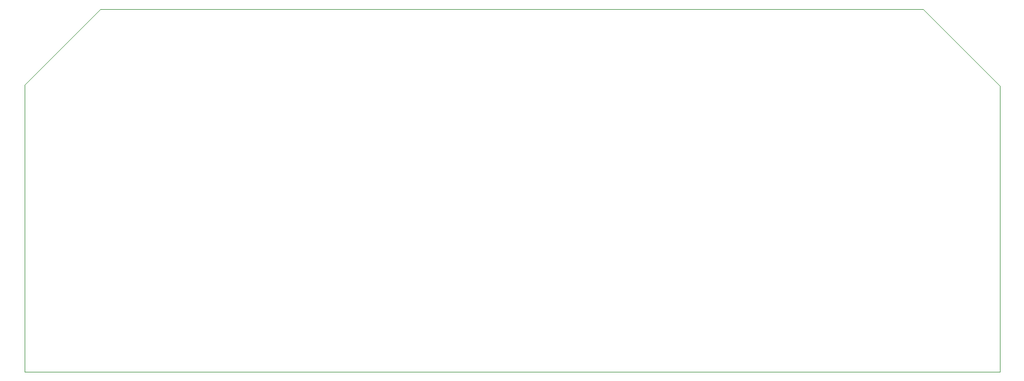
<source format=gbr>
G04 Layer_Color=0*
%FSLAX45Y45*%
%MOMM*%
%TF.FileFunction,Profile,NP*%
%TF.Part,Single*%
G01*
G75*
%TA.AperFunction,Profile*%
%ADD67C,0.02540*%
D67*
X2908300Y2565400D02*
Y6807200D01*
X4025900Y7924800D01*
X16179800D01*
X17310100Y6794500D01*
Y2565400D01*
X2908300D01*
%TF.MD5,8df651405f4c497a9741fcf7a4557f48*%
M02*

</source>
